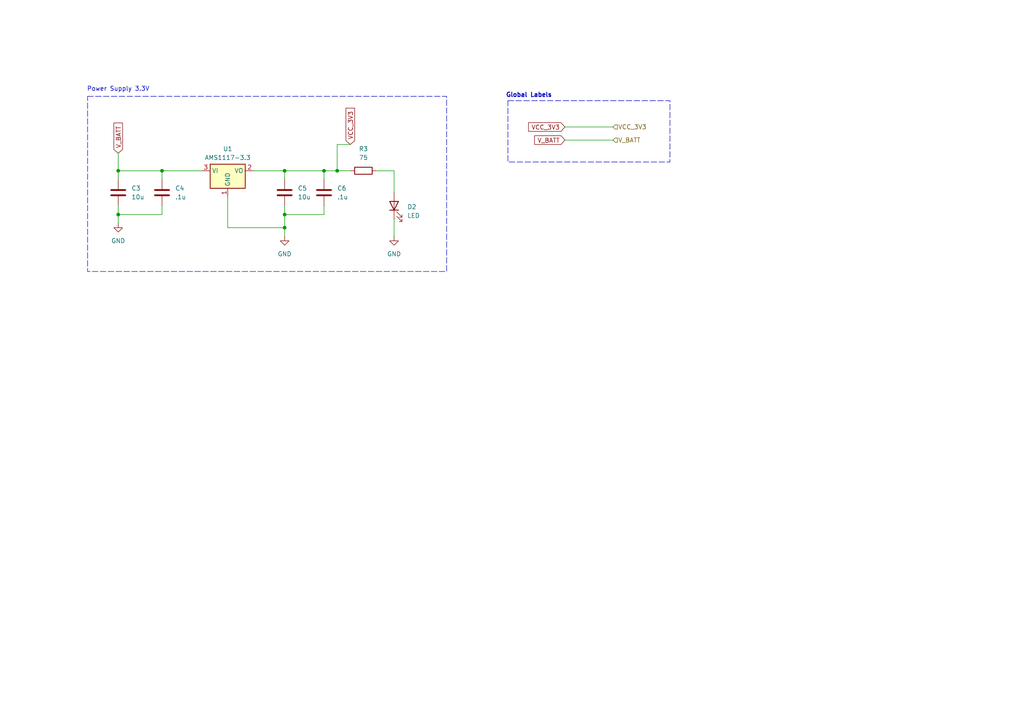
<source format=kicad_sch>
(kicad_sch (version 20231120) (generator "eeschema") (generator_version "8.0")
  (paper "A4")
  (lib_symbols
    (symbol "Device:C" (pin_numbers hide) (pin_names (offset 0.254))
      (property "Reference" "C" (at 0.635 2.54 0))
      (property "Value" "C" (at 0.635 -2.54 0))
      (symbol "C_0_1"
        (polyline (pts (xy -2.032 -0.762) (xy 2.032 -0.762)) (stroke (width 0.508)))
        (polyline (pts (xy -2.032 0.762) (xy 2.032 0.762)) (stroke (width 0.508)))
      )
      (symbol "C_1_1"
        (pin passive line (at 0 3.81 270) (length 2.794) (name "~") (number "1"))
        (pin passive line (at 0 -3.81 90) (length 2.794) (name "~") (number "2"))
      )
    )
    (symbol "Device:LED" (pin_numbers hide) (pin_names (offset 1.016) hide)
      (property "Reference" "D" (at 0 2.54 0))
      (property "Value" "LED" (at 0 -2.54 0))
      (symbol "LED_0_1"
        (polyline (pts (xy -1.27 -1.27) (xy -1.27 1.27)) (stroke (width 0.254)))
        (polyline (pts (xy -1.27 0) (xy 1.27 0)))
        (polyline (pts (xy 1.27 -1.27) (xy 1.27 1.27) (xy -1.27 0) (xy 1.27 -1.27)) (stroke (width 0.254)))
        (polyline (pts (xy -3.048 -0.762) (xy -4.572 -2.286) (xy -3.81 -2.286) (xy -4.572 -2.286) (xy -4.572 -1.524)))
        (polyline (pts (xy -1.778 -0.762) (xy -3.302 -2.286) (xy -2.54 -2.286) (xy -3.302 -2.286) (xy -3.302 -1.524)))
      )
      (symbol "LED_1_1"
        (pin passive line (at -3.81 0 0) (length 2.54) (name "K") (number "1"))
        (pin passive line (at 3.81 0 180) (length 2.54) (name "A") (number "2"))
      )
    )
    (symbol "Device:R" (pin_numbers hide) (pin_names (offset 0))
      (property "Reference" "R" (at 2.032 0 90))
      (property "Value" "R" (at 0 0 90))
      (symbol "R_0_1"
        (rectangle (start -1.016 -2.54) (end 1.016 2.54) (stroke (width 0.254)))
      )
      (symbol "R_1_1"
        (pin passive line (at 0 3.81 270) (length 1.27) (name "~") (number "1"))
        (pin passive line (at 0 -3.81 90) (length 1.27) (name "~") (number "2"))
      )
    )
    (symbol "Regulator_Linear:AMS1117-3.3"
      (property "Reference" "U" (at -3.81 3.175 0))
      (property "Value" "AMS1117-3.3" (at 0 3.175 0))
      (symbol "AMS1117-3.3_0_1"
        (rectangle (start -5.08 -5.08) (end 5.08 1.905) (stroke (width 0.254)) (fill (type background)))
      )
      (symbol "AMS1117-3.3_1_1"
        (pin power_in line (at 0 -7.62 90) (length 2.54) (name "GND") (number "1"))
        (pin power_out line (at 7.62 0 180) (length 2.54) (name "VO") (number "2"))
        (pin power_in line (at -7.62 0 0) (length 2.54) (name "VI") (number "3"))
      )
    )
    (symbol "power:GND" (power) (pin_numbers hide) (pin_names (offset 0) hide)
      (property "Value" "GND" (at 0 -3.81 0))
      (symbol "GND_0_1"
        (polyline (pts (xy 0 0) (xy 0 -1.27) (xy 1.27 -1.27) (xy 0 -2.54) (xy -1.27 -1.27) (xy 0 -1.27)))
      )
      (symbol "GND_1_1"
        (pin power_in line (at 0 0 270) (length 0) (name "~") (number "1"))
      )
    )
  )
  (junction (at 34.29 62.23))
  (junction (at 97.79 49.53))
  (junction (at 82.55 62.23))
  (junction (at 34.29 49.53))
  (junction (at 46.99 49.53))
  (junction (at 82.55 49.53))
  (junction (at 82.55 66.04))
  (junction (at 93.98 49.53))
  (wire (pts (xy 82.55 66.04) (xy 82.55 68.58)))
  (wire (pts (xy 163.83 40.64) (xy 177.8 40.64)))
  (wire (pts (xy 34.29 49.53) (xy 46.99 49.53)))
  (wire (pts (xy 93.98 59.69) (xy 93.98 62.23)))
  (wire (pts (xy 114.3 63.5) (xy 114.3 68.58)))
  (wire (pts (xy 34.29 62.23) (xy 34.29 64.77)))
  (wire (pts (xy 97.79 49.53) (xy 101.6 49.53)))
  (wire (pts (xy 34.29 59.69) (xy 34.29 62.23)))
  (wire (pts (xy 73.66 49.53) (xy 82.55 49.53)))
  (wire (pts (xy 34.29 49.53) (xy 34.29 44.45)))
  (wire (pts (xy 114.3 49.53) (xy 114.3 55.88)))
  (wire (pts (xy 82.55 49.53) (xy 93.98 49.53)))
  (wire (pts (xy 93.98 49.53) (xy 93.98 52.07)))
  (wire (pts (xy 66.04 57.15) (xy 66.04 66.04)))
  (wire (pts (xy 34.29 49.53) (xy 34.29 52.07)))
  (wire (pts (xy 46.99 49.53) (xy 46.99 52.07)))
  (wire (pts (xy 46.99 59.69) (xy 46.99 62.23)))
  (wire (pts (xy 46.99 62.23) (xy 34.29 62.23)))
  (wire (pts (xy 82.55 59.69) (xy 82.55 62.23)))
  (wire (pts (xy 82.55 62.23) (xy 93.98 62.23)))
  (wire (pts (xy 97.79 41.91) (xy 101.6 41.91)))
  (wire (pts (xy 58.42 49.53) (xy 46.99 49.53)))
  (wire (pts (xy 82.55 49.53) (xy 82.55 52.07)))
  (wire (pts (xy 93.98 49.53) (xy 97.79 49.53)))
  (wire (pts (xy 97.79 49.53) (xy 97.79 41.91)))
  (wire (pts (xy 109.22 49.53) (xy 114.3 49.53)))
  (wire (pts (xy 82.55 62.23) (xy 82.55 66.04)))
  (wire (pts (xy 66.04 66.04) (xy 82.55 66.04)))
  (wire (pts (xy 163.83 36.83) (xy 177.8 36.83)))
  (rectangle (start 147.32 29.21) (end 194.31 46.99) (stroke (width 0) (type dash)))
  (rectangle (start 25.4 27.94) (end 129.54 78.74) (stroke (width 0) (type dash)))
  (text "Global Labels" (at 153.416 27.686 0) (effects (font (size 1.27 1.27) (thickness 0.254) (bold yes))))
  (text "Power Supply 3.3V" (at 34.29 25.908 0) (effects (font (size 1.27 1.27))))
  (global_label "V_BATT" (shape input) (at 163.83 40.64 180) (property "Intersheetrefs" "${INTERSHEET_REFS}" (effects (hide yes))))
  (global_label "V_BATT" (shape input) (at 34.29 44.45 90) (property "Intersheetrefs" "${INTERSHEET_REFS}" (effects (hide yes))))
  (global_label "VCC_3V3" (shape input) (at 163.83 36.83 180) (property "Intersheetrefs" "${INTERSHEET_REFS}" (effects (hide yes))))
  (global_label "VCC_3V3" (shape input) (at 101.6 41.91 90) (property "Intersheetrefs" "${INTERSHEET_REFS}" (effects (hide yes))))
  (hierarchical_label "VCC_3V3" (shape input) (at 177.8 36.83 0))
  (hierarchical_label "V_BATT" (shape input) (at 177.8 40.64 0))
  (symbol (lib_id "Device:C") (at 82.55 55.88 0) (unit 1)
    (property "Reference" "C5" (at 86.36 54.6099 0) (effects (justify left)))
    (property "Value" "10u" (at 86.36 57.1499 0) (effects (justify left)))
    (property "Footprint" "Capacitor_SMD:C_0603_1608Metric" (effects (hide yes)))
    (property "Description" "Unpolarized capacitor" (effects (hide yes)))
  )
  (symbol (lib_id "Device:C") (at 93.98 55.88 0) (unit 1)
    (property "Reference" "C6" (at 97.79 54.6099 0) (effects (justify left)))
    (property "Value" ".1u" (at 97.79 57.1499 0) (effects (justify left)))
    (property "Footprint" "Capacitor_SMD:C_0603_1608Metric" (effects (hide yes)))
    (property "Description" "Unpolarized capacitor" (effects (hide yes)))
  )
  (symbol (lib_id "power:GND") (at 82.55 68.58 0) (unit 1)
    (property "Reference" "#PWR06" (effects (hide yes)))
    (property "Value" "GND" (at 82.55 73.66 0))
    (property "Description" "Power symbol creates a global label with name \"GND\" , ground" (effects (hide yes)))
  )
  (symbol (lib_id "Device:LED") (at 114.3 59.69 90) (unit 1)
    (property "Reference" "D2" (at 118.11 60.0074 90) (effects (justify right)))
    (property "Value" "LED" (at 118.11 62.5474 90) (effects (justify right)))
    (property "Footprint" "LED_SMD:LED_0402_1005Metric" (effects (hide yes)))
    (property "Description" "Light emitting diode" (effects (hide yes)))
  )
  (symbol (lib_id "Device:C") (at 46.99 55.88 0) (unit 1)
    (property "Reference" "C4" (at 50.8 54.6099 0) (effects (justify left)))
    (property "Value" ".1u" (at 50.8 57.1499 0) (effects (justify left)))
    (property "Footprint" "Capacitor_SMD:C_0603_1608Metric" (effects (hide yes)))
    (property "Description" "Unpolarized capacitor" (effects (hide yes)))
  )
  (symbol (lib_id "Device:C") (at 34.29 55.88 0) (unit 1)
    (property "Reference" "C3" (at 38.1 54.6099 0) (effects (justify left)))
    (property "Value" "10u" (at 38.1 57.1499 0) (effects (justify left)))
    (property "Footprint" "Capacitor_SMD:C_0603_1608Metric" (effects (hide yes)))
    (property "Description" "Unpolarized capacitor" (effects (hide yes)))
  )
  (symbol (lib_id "power:GND") (at 34.29 64.77 0) (unit 1)
    (property "Reference" "#PWR05" (effects (hide yes)))
    (property "Value" "GND" (at 34.29 69.85 0))
    (property "Description" "Power symbol creates a global label with name \"GND\" , ground" (effects (hide yes)))
  )
  (symbol (lib_id "power:GND") (at 114.3 68.58 0) (unit 1)
    (property "Reference" "#PWR019" (effects (hide yes)))
    (property "Value" "GND" (at 114.3 73.66 0))
    (property "Description" "Power symbol creates a global label with name \"GND\" , ground" (effects (hide yes)))
  )
  (symbol (lib_id "Regulator_Linear:AMS1117-3.3") (at 66.04 49.53 0) (unit 1)
    (property "Reference" "U1" (at 66.04 43.18 0))
    (property "Value" "AMS1117-3.3" (at 66.04 45.72 0))
    (property "Footprint" "Package_TO_SOT_SMD:SOT-223-3_TabPin2" (effects (hide yes)))
    (property "Datasheet" "http://www.advanced-monolithic.com/pdf/ds1117.pdf" (effects (hide yes)))
    (property "Description" "1A Low Dropout regulator, positive, 3.3V fixed output, SOT-223" (effects (hide yes)))
  )
  (symbol (lib_id "Device:R") (at 105.41 49.53 90) (unit 1)
    (property "Reference" "R3" (at 105.41 43.18 90))
    (property "Value" "75" (at 105.41 45.72 90))
    (property "Footprint" "Resistor_SMD:R_0402_1005Metric" (effects (hide yes)))
    (property "Description" "Resistor" (effects (hide yes)))
  )
)
</source>
